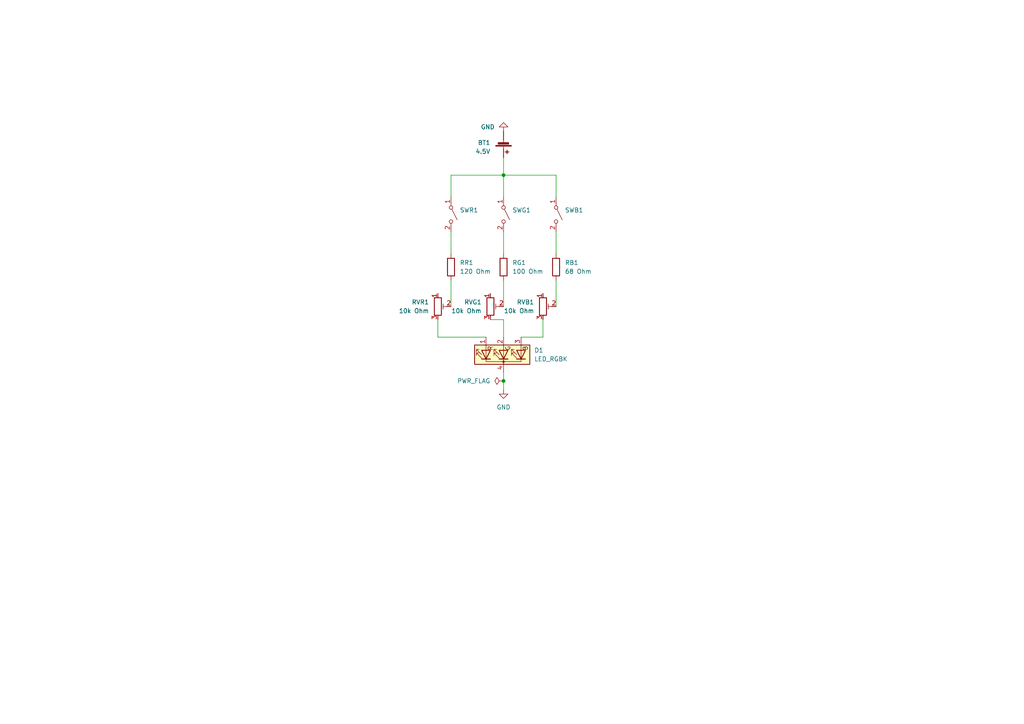
<source format=kicad_sch>
(kicad_sch (version 20231120) (generator "eeschema") (generator_version "8.0")
  (paper "A4")
  (lib_symbols
    (symbol "Device:Battery_Cell" (pin_numbers hide) (pin_names (offset 0) hide)
      (property "Reference" "BT" (at 2.54 2.54 0))
      (property "Value" "Battery_Cell" (at 2.54 0 0))
      (symbol "Battery_Cell_0_1"
        (rectangle (start -2.286 1.778) (end 2.286 1.524) (fill (type outline)))
        (rectangle (start -1.5748 1.1938) (end 1.4732 0.6858) (fill (type outline)))
        (polyline (pts (xy 0 0.762) (xy 0 0)))
        (polyline (pts (xy 0 1.778) (xy 0 2.54)))
        (polyline (pts (xy 0.508 3.429) (xy 1.524 3.429)) (stroke (width 0.254)))
        (polyline (pts (xy 1.016 3.937) (xy 1.016 2.921)) (stroke (width 0.254)))
      )
      (symbol "Battery_Cell_1_1"
        (pin passive line (at 0 5.08 270) (length 2.54) (name "+") (number "1"))
        (pin passive line (at 0 -2.54 90) (length 2.54) (name "-") (number "2"))
      )
    )
    (symbol "Device:LED_RGBK" (pin_names (offset 0) hide)
      (property "Reference" "D" (at 0 9.398 0))
      (property "Value" "LED_RGBK" (at 0 -8.89 0))
      (symbol "LED_RGBK_0_0"
        (text "B" (at 1.905 -6.35 0) (effects (font (size 1.27 1.27))))
        (text "G" (at 1.905 -1.27 0) (effects (font (size 1.27 1.27))))
        (text "R" (at 1.905 3.81 0) (effects (font (size 1.27 1.27))))
      )
      (symbol "LED_RGBK_0_1"
        (circle (center -2.032 0) (radius 0.254) (fill (type outline)))
        (polyline (pts (xy -1.27 -5.08) (xy 1.27 -5.08)))
        (polyline (pts (xy -1.27 -3.81) (xy -1.27 -6.35)) (stroke (width 0.254)))
        (polyline (pts (xy -1.27 0) (xy -2.54 0)))
        (polyline (pts (xy -1.27 1.27) (xy -1.27 -1.27)) (stroke (width 0.254)))
        (polyline (pts (xy -1.27 5.08) (xy 1.27 5.08)))
        (polyline (pts (xy -1.27 6.35) (xy -1.27 3.81)) (stroke (width 0.254)))
        (polyline (pts (xy 1.27 -5.08) (xy 2.54 -5.08)))
        (polyline (pts (xy 1.27 0) (xy -1.27 0)))
        (polyline (pts (xy 1.27 0) (xy 2.54 0)))
        (polyline (pts (xy 1.27 5.08) (xy 2.54 5.08)))
        (polyline (pts (xy -1.27 1.27) (xy -1.27 -1.27) (xy -1.27 -1.27)))
        (polyline (pts (xy -1.27 6.35) (xy -1.27 3.81) (xy -1.27 3.81)))
        (polyline (pts (xy -1.27 5.08) (xy -2.032 5.08) (xy -2.032 -5.08) (xy -1.016 -5.08)))
        (polyline (pts (xy 1.27 -3.81) (xy 1.27 -6.35) (xy -1.27 -5.08) (xy 1.27 -3.81)) (stroke (width 0.254)))
        (polyline (pts (xy 1.27 1.27) (xy 1.27 -1.27) (xy -1.27 0) (xy 1.27 1.27)) (stroke (width 0.254)))
        (polyline (pts (xy 1.27 6.35) (xy 1.27 3.81) (xy -1.27 5.08) (xy 1.27 6.35)) (stroke (width 0.254)))
        (polyline (pts (xy -1.016 -3.81) (xy 0.508 -2.286) (xy -0.254 -2.286) (xy 0.508 -2.286) (xy 0.508 -3.048)))
        (polyline (pts (xy -1.016 1.27) (xy 0.508 2.794) (xy -0.254 2.794) (xy 0.508 2.794) (xy 0.508 2.032)))
        (polyline (pts (xy -1.016 6.35) (xy 0.508 7.874) (xy -0.254 7.874) (xy 0.508 7.874) (xy 0.508 7.112)))
        (polyline (pts (xy 0 -3.81) (xy 1.524 -2.286) (xy 0.762 -2.286) (xy 1.524 -2.286) (xy 1.524 -3.048)))
        (polyline (pts (xy 0 1.27) (xy 1.524 2.794) (xy 0.762 2.794) (xy 1.524 2.794) (xy 1.524 2.032)))
        (polyline (pts (xy 0 6.35) (xy 1.524 7.874) (xy 0.762 7.874) (xy 1.524 7.874) (xy 1.524 7.112)))
        (rectangle (start 1.27 -1.27) (end 1.27 1.27))
        (rectangle (start 1.27 1.27) (end 1.27 1.27))
        (rectangle (start 1.27 3.81) (end 1.27 6.35))
        (rectangle (start 1.27 6.35) (end 1.27 6.35))
        (rectangle (start 2.794 8.382) (end -2.794 -7.62) (stroke (width 0.254)) (fill (type background)))
      )
      (symbol "LED_RGBK_1_1"
        (pin passive line (at 5.08 5.08 180) (length 2.54) (name "RA") (number "1"))
        (pin passive line (at 5.08 0 180) (length 2.54) (name "GA") (number "2"))
        (pin passive line (at 5.08 -5.08 180) (length 2.54) (name "BA") (number "3"))
        (pin passive line (at -5.08 0 0) (length 2.54) (name "K") (number "4"))
      )
    )
    (symbol "Device:R" (pin_numbers hide) (pin_names (offset 0))
      (property "Reference" "R" (at 2.032 0 90))
      (property "Value" "R" (at 0 0 90))
      (symbol "R_0_1"
        (rectangle (start -1.016 -2.54) (end 1.016 2.54) (stroke (width 0.254)))
      )
      (symbol "R_1_1"
        (pin passive line (at 0 3.81 270) (length 1.27) (name "~") (number "1"))
        (pin passive line (at 0 -3.81 90) (length 1.27) (name "~") (number "2"))
      )
    )
    (symbol "Device:R_Potentiometer_Trim" (pin_names (offset 1.016) hide)
      (property "Reference" "RV" (at -4.445 0 90))
      (property "Value" "R_Potentiometer_Trim" (at -2.54 0 90))
      (symbol "R_Potentiometer_Trim_0_1"
        (polyline (pts (xy 1.524 0.762) (xy 1.524 -0.762)))
        (polyline (pts (xy 2.54 0) (xy 1.524 0)))
        (rectangle (start 1.016 2.54) (end -1.016 -2.54) (stroke (width 0.254)))
      )
      (symbol "R_Potentiometer_Trim_1_1"
        (pin passive line (at 0 3.81 270) (length 1.27) (name "1") (number "1"))
        (pin passive line (at 3.81 0 180) (length 1.27) (name "2") (number "2"))
        (pin passive line (at 0 -3.81 90) (length 1.27) (name "3") (number "3"))
      )
    )
    (symbol "Switch:SW_SPST" (pin_names (offset 0) hide)
      (property "Reference" "SW" (at 0 3.175 0))
      (property "Value" "SW_SPST" (at 0 -2.54 0))
      (symbol "SW_SPST_0_0"
        (circle (center -2.032 0) (radius 0.508))
        (polyline (pts (xy -1.524 0.254) (xy 1.524 1.778)))
        (circle (center 2.032 0) (radius 0.508))
      )
      (symbol "SW_SPST_1_1"
        (pin passive line (at -5.08 0 0) (length 2.54) (name "A") (number "1"))
        (pin passive line (at 5.08 0 180) (length 2.54) (name "B") (number "2"))
      )
    )
    (symbol "power:GND" (power) (pin_names (offset 0))
      (property "Value" "GND" (at 0 -3.81 0))
      (symbol "GND_0_1"
        (polyline (pts (xy 0 0) (xy 0 -1.27) (xy 1.27 -1.27) (xy 0 -2.54) (xy -1.27 -1.27) (xy 0 -1.27)))
      )
      (symbol "GND_1_1"
        (pin power_in line (at 0 0 270) (length 0) hide (name "GND") (number "1"))
      )
    )
    (symbol "power:PWR_FLAG" (power) (pin_numbers hide) (pin_names (offset 0) hide)
      (property "Value" "PWR_FLAG" (at 0 3.81 0))
      (symbol "PWR_FLAG_0_0"
        (pin power_out line (at 0 0 90) (length 0) (name "pwr") (number "1"))
      )
      (symbol "PWR_FLAG_0_1"
        (polyline (pts (xy 0 0) (xy 0 1.27) (xy -1.016 1.905) (xy 0 2.54) (xy 1.016 1.905) (xy 0 1.27)))
      )
    )
  )
  (junction (at 146.05 110.49))
  (junction (at 146.05 50.8))
  (wire (pts (xy 130.81 67.31) (xy 130.81 73.66)))
  (wire (pts (xy 130.81 50.8) (xy 130.81 57.15)))
  (wire (pts (xy 130.81 81.28) (xy 130.81 88.9)))
  (wire (pts (xy 127 92.71) (xy 127 97.79)))
  (wire (pts (xy 146.05 92.71) (xy 146.05 97.79)))
  (wire (pts (xy 146.05 45.72) (xy 146.05 50.8)))
  (wire (pts (xy 130.81 50.8) (xy 146.05 50.8)))
  (wire (pts (xy 157.48 97.79) (xy 151.13 97.79)))
  (wire (pts (xy 161.29 81.28) (xy 161.29 88.9)))
  (wire (pts (xy 146.05 50.8) (xy 161.29 50.8)))
  (wire (pts (xy 157.48 92.71) (xy 157.48 97.79)))
  (wire (pts (xy 161.29 67.31) (xy 161.29 73.66)))
  (wire (pts (xy 146.05 67.31) (xy 146.05 73.66)))
  (wire (pts (xy 127 97.79) (xy 140.97 97.79)))
  (wire (pts (xy 146.05 50.8) (xy 146.05 57.15)))
  (wire (pts (xy 146.05 81.28) (xy 146.05 88.9)))
  (wire (pts (xy 146.05 113.03) (xy 146.05 110.49)))
  (wire (pts (xy 161.29 57.15) (xy 161.29 50.8)))
  (wire (pts (xy 146.05 110.49) (xy 146.05 107.95)))
  (wire (pts (xy 142.24 92.71) (xy 146.05 92.71)))
  (symbol (lib_id "Switch:SW_SPST") (at 161.29 62.23 270) (unit 1)
    (property "Reference" "SWB1" (at 163.83 60.9599 90) (effects (justify left)))
    (property "Value" "SW_SPST" (effects (hide yes)))
    (property "Footprint" "Button_Switch_THT:SW_DIP_SPSTx01_Slide_9.78x4.72mm_W7.62mm_P2.54mm" (effects (hide yes)))
  )
  (symbol (lib_id "Device:R_Potentiometer_Trim") (at 157.48 88.9 0) (unit 1)
    (property "Reference" "RVB1" (at 154.94 87.6299 0) (effects (justify right)))
    (property "Value" "10k Ohm" (at 154.94 90.1699 0) (effects (justify right)))
    (property "Footprint" "Potentiometer_THT:Potentiometer_Alps_RK163_Single_Horizontal" (effects (hide yes)))
  )
  (symbol (lib_id "Device:Battery_Cell") (at 146.05 40.64 0) (mirror x) (unit 1)
    (property "Reference" "BT1" (at 142.24 41.4019 0) (effects (justify right)))
    (property "Value" "4.5V" (at 142.24 43.9419 0) (effects (justify right)))
    (property "Footprint" "Battery:BatteryHolder_Keystone_2479_3xAAA" (effects (hide yes)))
  )
  (symbol (lib_id "power:GND") (at 146.05 38.1 0) (mirror x) (unit 1)
    (property "Reference" "#PWR0101" (effects (hide yes)))
    (property "Value" "GND" (at 143.51 36.8299 0) (effects (justify right)))
  )
  (symbol (lib_id "power:PWR_FLAG") (at 146.05 110.49 90) (unit 1)
    (property "Reference" "#FLG0101" (effects (hide yes)))
    (property "Value" "PWR_FLAG" (at 142.24 110.4899 90) (effects (justify left)))
  )
  (symbol (lib_id "Device:R") (at 161.29 77.47 0) (unit 1)
    (property "Reference" "RB1" (at 163.83 76.1999 0) (effects (justify left)))
    (property "Value" "68 Ohm" (at 163.83 78.7399 0) (effects (justify left)))
    (property "Footprint" "Resistor_THT:R_Axial_DIN0207_L6.3mm_D2.5mm_P7.62mm_Horizontal" (effects (hide yes)))
  )
  (symbol (lib_id "Device:R_Potentiometer_Trim") (at 142.24 88.9 0) (unit 1)
    (property "Reference" "RVG1" (at 139.7 87.6299 0) (effects (justify right)))
    (property "Value" "10k Ohm" (at 139.7 90.1699 0) (effects (justify right)))
    (property "Footprint" "Potentiometer_THT:Potentiometer_Alps_RK163_Single_Horizontal" (effects (hide yes)))
  )
  (symbol (lib_id "power:GND") (at 146.05 113.03 0) (unit 1)
    (property "Reference" "#PWR02" (effects (hide yes)))
    (property "Value" "GND" (at 146.05 118.11 0))
  )
  (symbol (lib_id "Device:R") (at 130.81 77.47 0) (unit 1)
    (property "Reference" "RR1" (at 133.35 76.1999 0) (effects (justify left)))
    (property "Value" "120 Ohm" (at 133.35 78.7399 0) (effects (justify left)))
    (property "Footprint" "Resistor_THT:R_Axial_DIN0207_L6.3mm_D2.5mm_P7.62mm_Horizontal" (effects (hide yes)))
  )
  (symbol (lib_id "Switch:SW_SPST") (at 130.81 62.23 270) (unit 1)
    (property "Reference" "SWR1" (at 133.35 60.9599 90) (effects (justify left)))
    (property "Value" "SW_SPST" (effects (hide yes)))
    (property "Footprint" "Button_Switch_THT:SW_DIP_SPSTx01_Slide_9.78x4.72mm_W7.62mm_P2.54mm" (effects (hide yes)))
  )
  (symbol (lib_id "Device:R") (at 146.05 77.47 0) (unit 1)
    (property "Reference" "RG1" (at 148.59 76.1999 0) (effects (justify left)))
    (property "Value" "100 Ohm" (at 148.59 78.7399 0) (effects (justify left)))
    (property "Footprint" "Resistor_THT:R_Axial_DIN0207_L6.3mm_D2.5mm_P7.62mm_Horizontal" (effects (hide yes)))
  )
  (symbol (lib_id "Device:LED_RGBK") (at 146.05 102.87 90) (unit 1)
    (property "Reference" "D1" (at 154.94 101.5999 90) (effects (justify right)))
    (property "Value" "LED_RGBK" (at 154.94 104.1399 90) (effects (justify right)))
    (property "Footprint" "LED_THT:LED_D5.0mm-4_RGB" (effects (hide yes)))
  )
  (symbol (lib_id "Switch:SW_SPST") (at 146.05 62.23 270) (unit 1)
    (property "Reference" "SWG1" (at 148.59 60.9599 90) (effects (justify left)))
    (property "Value" "SW_SPST" (effects (hide yes)))
    (property "Footprint" "Button_Switch_THT:SW_DIP_SPSTx01_Slide_9.78x4.72mm_W7.62mm_P2.54mm" (effects (hide yes)))
  )
  (symbol (lib_id "Device:R_Potentiometer_Trim") (at 127 88.9 0) (unit 1)
    (property "Reference" "RVR1" (at 124.46 87.6299 0) (effects (justify right)))
    (property "Value" "10k Ohm" (at 124.46 90.1699 0) (effects (justify right)))
    (property "Footprint" "Potentiometer_THT:Potentiometer_Alps_RK163_Single_Horizontal" (effects (hide yes)))
  )
)
</source>
